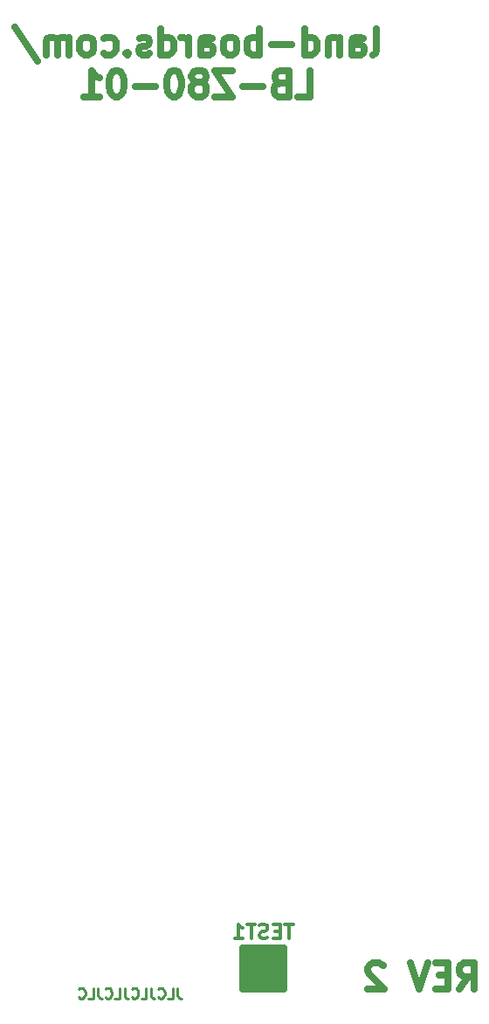
<source format=gbo>
G04 #@! TF.GenerationSoftware,KiCad,Pcbnew,8.0.4*
G04 #@! TF.CreationDate,2024-09-19T20:20:17-04:00*
G04 #@! TF.ProjectId,LB-Z80-01,4c422d5a-3830-42d3-9031-2e6b69636164,2*
G04 #@! TF.SameCoordinates,Original*
G04 #@! TF.FileFunction,Legend,Bot*
G04 #@! TF.FilePolarity,Positive*
%FSLAX46Y46*%
G04 Gerber Fmt 4.6, Leading zero omitted, Abs format (unit mm)*
G04 Created by KiCad (PCBNEW 8.0.4) date 2024-09-19 20:20:17*
%MOMM*%
%LPD*%
G01*
G04 APERTURE LIST*
%ADD10C,0.250000*%
%ADD11C,0.635000*%
%ADD12C,0.349250*%
%ADD13C,0.650000*%
G04 APERTURE END LIST*
D10*
X150187717Y-144152619D02*
X150187717Y-144866904D01*
X150187717Y-144866904D02*
X150235336Y-145009761D01*
X150235336Y-145009761D02*
X150330574Y-145105000D01*
X150330574Y-145105000D02*
X150473431Y-145152619D01*
X150473431Y-145152619D02*
X150568669Y-145152619D01*
X149235336Y-145152619D02*
X149711526Y-145152619D01*
X149711526Y-145152619D02*
X149711526Y-144152619D01*
X148330574Y-145057380D02*
X148378193Y-145105000D01*
X148378193Y-145105000D02*
X148521050Y-145152619D01*
X148521050Y-145152619D02*
X148616288Y-145152619D01*
X148616288Y-145152619D02*
X148759145Y-145105000D01*
X148759145Y-145105000D02*
X148854383Y-145009761D01*
X148854383Y-145009761D02*
X148902002Y-144914523D01*
X148902002Y-144914523D02*
X148949621Y-144724047D01*
X148949621Y-144724047D02*
X148949621Y-144581190D01*
X148949621Y-144581190D02*
X148902002Y-144390714D01*
X148902002Y-144390714D02*
X148854383Y-144295476D01*
X148854383Y-144295476D02*
X148759145Y-144200238D01*
X148759145Y-144200238D02*
X148616288Y-144152619D01*
X148616288Y-144152619D02*
X148521050Y-144152619D01*
X148521050Y-144152619D02*
X148378193Y-144200238D01*
X148378193Y-144200238D02*
X148330574Y-144247857D01*
X147616288Y-144152619D02*
X147616288Y-144866904D01*
X147616288Y-144866904D02*
X147663907Y-145009761D01*
X147663907Y-145009761D02*
X147759145Y-145105000D01*
X147759145Y-145105000D02*
X147902002Y-145152619D01*
X147902002Y-145152619D02*
X147997240Y-145152619D01*
X146663907Y-145152619D02*
X147140097Y-145152619D01*
X147140097Y-145152619D02*
X147140097Y-144152619D01*
X145759145Y-145057380D02*
X145806764Y-145105000D01*
X145806764Y-145105000D02*
X145949621Y-145152619D01*
X145949621Y-145152619D02*
X146044859Y-145152619D01*
X146044859Y-145152619D02*
X146187716Y-145105000D01*
X146187716Y-145105000D02*
X146282954Y-145009761D01*
X146282954Y-145009761D02*
X146330573Y-144914523D01*
X146330573Y-144914523D02*
X146378192Y-144724047D01*
X146378192Y-144724047D02*
X146378192Y-144581190D01*
X146378192Y-144581190D02*
X146330573Y-144390714D01*
X146330573Y-144390714D02*
X146282954Y-144295476D01*
X146282954Y-144295476D02*
X146187716Y-144200238D01*
X146187716Y-144200238D02*
X146044859Y-144152619D01*
X146044859Y-144152619D02*
X145949621Y-144152619D01*
X145949621Y-144152619D02*
X145806764Y-144200238D01*
X145806764Y-144200238D02*
X145759145Y-144247857D01*
X145044859Y-144152619D02*
X145044859Y-144866904D01*
X145044859Y-144866904D02*
X145092478Y-145009761D01*
X145092478Y-145009761D02*
X145187716Y-145105000D01*
X145187716Y-145105000D02*
X145330573Y-145152619D01*
X145330573Y-145152619D02*
X145425811Y-145152619D01*
X144092478Y-145152619D02*
X144568668Y-145152619D01*
X144568668Y-145152619D02*
X144568668Y-144152619D01*
X143187716Y-145057380D02*
X143235335Y-145105000D01*
X143235335Y-145105000D02*
X143378192Y-145152619D01*
X143378192Y-145152619D02*
X143473430Y-145152619D01*
X143473430Y-145152619D02*
X143616287Y-145105000D01*
X143616287Y-145105000D02*
X143711525Y-145009761D01*
X143711525Y-145009761D02*
X143759144Y-144914523D01*
X143759144Y-144914523D02*
X143806763Y-144724047D01*
X143806763Y-144724047D02*
X143806763Y-144581190D01*
X143806763Y-144581190D02*
X143759144Y-144390714D01*
X143759144Y-144390714D02*
X143711525Y-144295476D01*
X143711525Y-144295476D02*
X143616287Y-144200238D01*
X143616287Y-144200238D02*
X143473430Y-144152619D01*
X143473430Y-144152619D02*
X143378192Y-144152619D01*
X143378192Y-144152619D02*
X143235335Y-144200238D01*
X143235335Y-144200238D02*
X143187716Y-144247857D01*
X142473430Y-144152619D02*
X142473430Y-144866904D01*
X142473430Y-144866904D02*
X142521049Y-145009761D01*
X142521049Y-145009761D02*
X142616287Y-145105000D01*
X142616287Y-145105000D02*
X142759144Y-145152619D01*
X142759144Y-145152619D02*
X142854382Y-145152619D01*
X141521049Y-145152619D02*
X141997239Y-145152619D01*
X141997239Y-145152619D02*
X141997239Y-144152619D01*
X140616287Y-145057380D02*
X140663906Y-145105000D01*
X140663906Y-145105000D02*
X140806763Y-145152619D01*
X140806763Y-145152619D02*
X140902001Y-145152619D01*
X140902001Y-145152619D02*
X141044858Y-145105000D01*
X141044858Y-145105000D02*
X141140096Y-145009761D01*
X141140096Y-145009761D02*
X141187715Y-144914523D01*
X141187715Y-144914523D02*
X141235334Y-144724047D01*
X141235334Y-144724047D02*
X141235334Y-144581190D01*
X141235334Y-144581190D02*
X141187715Y-144390714D01*
X141187715Y-144390714D02*
X141140096Y-144295476D01*
X141140096Y-144295476D02*
X141044858Y-144200238D01*
X141044858Y-144200238D02*
X140902001Y-144152619D01*
X140902001Y-144152619D02*
X140806763Y-144152619D01*
X140806763Y-144152619D02*
X140663906Y-144200238D01*
X140663906Y-144200238D02*
X140616287Y-144247857D01*
D11*
X169139807Y-53707403D02*
X169381712Y-53586451D01*
X169381712Y-53586451D02*
X169502665Y-53344546D01*
X169502665Y-53344546D02*
X169502665Y-51167403D01*
X167083617Y-53707403D02*
X167083617Y-52376927D01*
X167083617Y-52376927D02*
X167204570Y-52135022D01*
X167204570Y-52135022D02*
X167446474Y-52014070D01*
X167446474Y-52014070D02*
X167930284Y-52014070D01*
X167930284Y-52014070D02*
X168172189Y-52135022D01*
X167083617Y-53586451D02*
X167325522Y-53707403D01*
X167325522Y-53707403D02*
X167930284Y-53707403D01*
X167930284Y-53707403D02*
X168172189Y-53586451D01*
X168172189Y-53586451D02*
X168293141Y-53344546D01*
X168293141Y-53344546D02*
X168293141Y-53102641D01*
X168293141Y-53102641D02*
X168172189Y-52860736D01*
X168172189Y-52860736D02*
X167930284Y-52739784D01*
X167930284Y-52739784D02*
X167325522Y-52739784D01*
X167325522Y-52739784D02*
X167083617Y-52618831D01*
X165874094Y-52014070D02*
X165874094Y-53707403D01*
X165874094Y-52255974D02*
X165753141Y-52135022D01*
X165753141Y-52135022D02*
X165511236Y-52014070D01*
X165511236Y-52014070D02*
X165148379Y-52014070D01*
X165148379Y-52014070D02*
X164906475Y-52135022D01*
X164906475Y-52135022D02*
X164785522Y-52376927D01*
X164785522Y-52376927D02*
X164785522Y-53707403D01*
X162487427Y-53707403D02*
X162487427Y-51167403D01*
X162487427Y-53586451D02*
X162729332Y-53707403D01*
X162729332Y-53707403D02*
X163213141Y-53707403D01*
X163213141Y-53707403D02*
X163455046Y-53586451D01*
X163455046Y-53586451D02*
X163575999Y-53465498D01*
X163575999Y-53465498D02*
X163696951Y-53223593D01*
X163696951Y-53223593D02*
X163696951Y-52497879D01*
X163696951Y-52497879D02*
X163575999Y-52255974D01*
X163575999Y-52255974D02*
X163455046Y-52135022D01*
X163455046Y-52135022D02*
X163213141Y-52014070D01*
X163213141Y-52014070D02*
X162729332Y-52014070D01*
X162729332Y-52014070D02*
X162487427Y-52135022D01*
X161277904Y-52739784D02*
X159342666Y-52739784D01*
X158133142Y-53707403D02*
X158133142Y-51167403D01*
X158133142Y-52135022D02*
X157891237Y-52014070D01*
X157891237Y-52014070D02*
X157407427Y-52014070D01*
X157407427Y-52014070D02*
X157165523Y-52135022D01*
X157165523Y-52135022D02*
X157044570Y-52255974D01*
X157044570Y-52255974D02*
X156923618Y-52497879D01*
X156923618Y-52497879D02*
X156923618Y-53223593D01*
X156923618Y-53223593D02*
X157044570Y-53465498D01*
X157044570Y-53465498D02*
X157165523Y-53586451D01*
X157165523Y-53586451D02*
X157407427Y-53707403D01*
X157407427Y-53707403D02*
X157891237Y-53707403D01*
X157891237Y-53707403D02*
X158133142Y-53586451D01*
X155472189Y-53707403D02*
X155714094Y-53586451D01*
X155714094Y-53586451D02*
X155835047Y-53465498D01*
X155835047Y-53465498D02*
X155955999Y-53223593D01*
X155955999Y-53223593D02*
X155955999Y-52497879D01*
X155955999Y-52497879D02*
X155835047Y-52255974D01*
X155835047Y-52255974D02*
X155714094Y-52135022D01*
X155714094Y-52135022D02*
X155472189Y-52014070D01*
X155472189Y-52014070D02*
X155109332Y-52014070D01*
X155109332Y-52014070D02*
X154867428Y-52135022D01*
X154867428Y-52135022D02*
X154746475Y-52255974D01*
X154746475Y-52255974D02*
X154625523Y-52497879D01*
X154625523Y-52497879D02*
X154625523Y-53223593D01*
X154625523Y-53223593D02*
X154746475Y-53465498D01*
X154746475Y-53465498D02*
X154867428Y-53586451D01*
X154867428Y-53586451D02*
X155109332Y-53707403D01*
X155109332Y-53707403D02*
X155472189Y-53707403D01*
X152448380Y-53707403D02*
X152448380Y-52376927D01*
X152448380Y-52376927D02*
X152569333Y-52135022D01*
X152569333Y-52135022D02*
X152811237Y-52014070D01*
X152811237Y-52014070D02*
X153295047Y-52014070D01*
X153295047Y-52014070D02*
X153536952Y-52135022D01*
X152448380Y-53586451D02*
X152690285Y-53707403D01*
X152690285Y-53707403D02*
X153295047Y-53707403D01*
X153295047Y-53707403D02*
X153536952Y-53586451D01*
X153536952Y-53586451D02*
X153657904Y-53344546D01*
X153657904Y-53344546D02*
X153657904Y-53102641D01*
X153657904Y-53102641D02*
X153536952Y-52860736D01*
X153536952Y-52860736D02*
X153295047Y-52739784D01*
X153295047Y-52739784D02*
X152690285Y-52739784D01*
X152690285Y-52739784D02*
X152448380Y-52618831D01*
X151238857Y-53707403D02*
X151238857Y-52014070D01*
X151238857Y-52497879D02*
X151117904Y-52255974D01*
X151117904Y-52255974D02*
X150996952Y-52135022D01*
X150996952Y-52135022D02*
X150755047Y-52014070D01*
X150755047Y-52014070D02*
X150513142Y-52014070D01*
X148577904Y-53707403D02*
X148577904Y-51167403D01*
X148577904Y-53586451D02*
X148819809Y-53707403D01*
X148819809Y-53707403D02*
X149303618Y-53707403D01*
X149303618Y-53707403D02*
X149545523Y-53586451D01*
X149545523Y-53586451D02*
X149666476Y-53465498D01*
X149666476Y-53465498D02*
X149787428Y-53223593D01*
X149787428Y-53223593D02*
X149787428Y-52497879D01*
X149787428Y-52497879D02*
X149666476Y-52255974D01*
X149666476Y-52255974D02*
X149545523Y-52135022D01*
X149545523Y-52135022D02*
X149303618Y-52014070D01*
X149303618Y-52014070D02*
X148819809Y-52014070D01*
X148819809Y-52014070D02*
X148577904Y-52135022D01*
X147489333Y-53586451D02*
X147247428Y-53707403D01*
X147247428Y-53707403D02*
X146763619Y-53707403D01*
X146763619Y-53707403D02*
X146521714Y-53586451D01*
X146521714Y-53586451D02*
X146400762Y-53344546D01*
X146400762Y-53344546D02*
X146400762Y-53223593D01*
X146400762Y-53223593D02*
X146521714Y-52981689D01*
X146521714Y-52981689D02*
X146763619Y-52860736D01*
X146763619Y-52860736D02*
X147126476Y-52860736D01*
X147126476Y-52860736D02*
X147368381Y-52739784D01*
X147368381Y-52739784D02*
X147489333Y-52497879D01*
X147489333Y-52497879D02*
X147489333Y-52376927D01*
X147489333Y-52376927D02*
X147368381Y-52135022D01*
X147368381Y-52135022D02*
X147126476Y-52014070D01*
X147126476Y-52014070D02*
X146763619Y-52014070D01*
X146763619Y-52014070D02*
X146521714Y-52135022D01*
X145312191Y-53465498D02*
X145191238Y-53586451D01*
X145191238Y-53586451D02*
X145312191Y-53707403D01*
X145312191Y-53707403D02*
X145433143Y-53586451D01*
X145433143Y-53586451D02*
X145312191Y-53465498D01*
X145312191Y-53465498D02*
X145312191Y-53707403D01*
X143014095Y-53586451D02*
X143256000Y-53707403D01*
X143256000Y-53707403D02*
X143739809Y-53707403D01*
X143739809Y-53707403D02*
X143981714Y-53586451D01*
X143981714Y-53586451D02*
X144102667Y-53465498D01*
X144102667Y-53465498D02*
X144223619Y-53223593D01*
X144223619Y-53223593D02*
X144223619Y-52497879D01*
X144223619Y-52497879D02*
X144102667Y-52255974D01*
X144102667Y-52255974D02*
X143981714Y-52135022D01*
X143981714Y-52135022D02*
X143739809Y-52014070D01*
X143739809Y-52014070D02*
X143256000Y-52014070D01*
X143256000Y-52014070D02*
X143014095Y-52135022D01*
X141562666Y-53707403D02*
X141804571Y-53586451D01*
X141804571Y-53586451D02*
X141925524Y-53465498D01*
X141925524Y-53465498D02*
X142046476Y-53223593D01*
X142046476Y-53223593D02*
X142046476Y-52497879D01*
X142046476Y-52497879D02*
X141925524Y-52255974D01*
X141925524Y-52255974D02*
X141804571Y-52135022D01*
X141804571Y-52135022D02*
X141562666Y-52014070D01*
X141562666Y-52014070D02*
X141199809Y-52014070D01*
X141199809Y-52014070D02*
X140957905Y-52135022D01*
X140957905Y-52135022D02*
X140836952Y-52255974D01*
X140836952Y-52255974D02*
X140716000Y-52497879D01*
X140716000Y-52497879D02*
X140716000Y-53223593D01*
X140716000Y-53223593D02*
X140836952Y-53465498D01*
X140836952Y-53465498D02*
X140957905Y-53586451D01*
X140957905Y-53586451D02*
X141199809Y-53707403D01*
X141199809Y-53707403D02*
X141562666Y-53707403D01*
X139627429Y-53707403D02*
X139627429Y-52014070D01*
X139627429Y-52255974D02*
X139506476Y-52135022D01*
X139506476Y-52135022D02*
X139264571Y-52014070D01*
X139264571Y-52014070D02*
X138901714Y-52014070D01*
X138901714Y-52014070D02*
X138659810Y-52135022D01*
X138659810Y-52135022D02*
X138538857Y-52376927D01*
X138538857Y-52376927D02*
X138538857Y-53707403D01*
X138538857Y-52376927D02*
X138417905Y-52135022D01*
X138417905Y-52135022D02*
X138176000Y-52014070D01*
X138176000Y-52014070D02*
X137813143Y-52014070D01*
X137813143Y-52014070D02*
X137571238Y-52135022D01*
X137571238Y-52135022D02*
X137450286Y-52376927D01*
X137450286Y-52376927D02*
X137450286Y-53707403D01*
X134426476Y-51046451D02*
X136603619Y-54312165D01*
X161822191Y-57796661D02*
X163031715Y-57796661D01*
X163031715Y-57796661D02*
X163031715Y-55256661D01*
X160128858Y-56466185D02*
X159766001Y-56587137D01*
X159766001Y-56587137D02*
X159645048Y-56708089D01*
X159645048Y-56708089D02*
X159524096Y-56949994D01*
X159524096Y-56949994D02*
X159524096Y-57312851D01*
X159524096Y-57312851D02*
X159645048Y-57554756D01*
X159645048Y-57554756D02*
X159766001Y-57675709D01*
X159766001Y-57675709D02*
X160007906Y-57796661D01*
X160007906Y-57796661D02*
X160975525Y-57796661D01*
X160975525Y-57796661D02*
X160975525Y-55256661D01*
X160975525Y-55256661D02*
X160128858Y-55256661D01*
X160128858Y-55256661D02*
X159886953Y-55377613D01*
X159886953Y-55377613D02*
X159766001Y-55498566D01*
X159766001Y-55498566D02*
X159645048Y-55740470D01*
X159645048Y-55740470D02*
X159645048Y-55982375D01*
X159645048Y-55982375D02*
X159766001Y-56224280D01*
X159766001Y-56224280D02*
X159886953Y-56345232D01*
X159886953Y-56345232D02*
X160128858Y-56466185D01*
X160128858Y-56466185D02*
X160975525Y-56466185D01*
X158435525Y-56829042D02*
X156500287Y-56829042D01*
X155532667Y-55256661D02*
X153839334Y-55256661D01*
X153839334Y-55256661D02*
X155532667Y-57796661D01*
X155532667Y-57796661D02*
X153839334Y-57796661D01*
X152508857Y-56345232D02*
X152750762Y-56224280D01*
X152750762Y-56224280D02*
X152871715Y-56103328D01*
X152871715Y-56103328D02*
X152992667Y-55861423D01*
X152992667Y-55861423D02*
X152992667Y-55740470D01*
X152992667Y-55740470D02*
X152871715Y-55498566D01*
X152871715Y-55498566D02*
X152750762Y-55377613D01*
X152750762Y-55377613D02*
X152508857Y-55256661D01*
X152508857Y-55256661D02*
X152025048Y-55256661D01*
X152025048Y-55256661D02*
X151783143Y-55377613D01*
X151783143Y-55377613D02*
X151662191Y-55498566D01*
X151662191Y-55498566D02*
X151541238Y-55740470D01*
X151541238Y-55740470D02*
X151541238Y-55861423D01*
X151541238Y-55861423D02*
X151662191Y-56103328D01*
X151662191Y-56103328D02*
X151783143Y-56224280D01*
X151783143Y-56224280D02*
X152025048Y-56345232D01*
X152025048Y-56345232D02*
X152508857Y-56345232D01*
X152508857Y-56345232D02*
X152750762Y-56466185D01*
X152750762Y-56466185D02*
X152871715Y-56587137D01*
X152871715Y-56587137D02*
X152992667Y-56829042D01*
X152992667Y-56829042D02*
X152992667Y-57312851D01*
X152992667Y-57312851D02*
X152871715Y-57554756D01*
X152871715Y-57554756D02*
X152750762Y-57675709D01*
X152750762Y-57675709D02*
X152508857Y-57796661D01*
X152508857Y-57796661D02*
X152025048Y-57796661D01*
X152025048Y-57796661D02*
X151783143Y-57675709D01*
X151783143Y-57675709D02*
X151662191Y-57554756D01*
X151662191Y-57554756D02*
X151541238Y-57312851D01*
X151541238Y-57312851D02*
X151541238Y-56829042D01*
X151541238Y-56829042D02*
X151662191Y-56587137D01*
X151662191Y-56587137D02*
X151783143Y-56466185D01*
X151783143Y-56466185D02*
X152025048Y-56345232D01*
X149968857Y-55256661D02*
X149726952Y-55256661D01*
X149726952Y-55256661D02*
X149485048Y-55377613D01*
X149485048Y-55377613D02*
X149364095Y-55498566D01*
X149364095Y-55498566D02*
X149243143Y-55740470D01*
X149243143Y-55740470D02*
X149122190Y-56224280D01*
X149122190Y-56224280D02*
X149122190Y-56829042D01*
X149122190Y-56829042D02*
X149243143Y-57312851D01*
X149243143Y-57312851D02*
X149364095Y-57554756D01*
X149364095Y-57554756D02*
X149485048Y-57675709D01*
X149485048Y-57675709D02*
X149726952Y-57796661D01*
X149726952Y-57796661D02*
X149968857Y-57796661D01*
X149968857Y-57796661D02*
X150210762Y-57675709D01*
X150210762Y-57675709D02*
X150331714Y-57554756D01*
X150331714Y-57554756D02*
X150452667Y-57312851D01*
X150452667Y-57312851D02*
X150573619Y-56829042D01*
X150573619Y-56829042D02*
X150573619Y-56224280D01*
X150573619Y-56224280D02*
X150452667Y-55740470D01*
X150452667Y-55740470D02*
X150331714Y-55498566D01*
X150331714Y-55498566D02*
X150210762Y-55377613D01*
X150210762Y-55377613D02*
X149968857Y-55256661D01*
X148033619Y-56829042D02*
X146098381Y-56829042D01*
X144405047Y-55256661D02*
X144163142Y-55256661D01*
X144163142Y-55256661D02*
X143921238Y-55377613D01*
X143921238Y-55377613D02*
X143800285Y-55498566D01*
X143800285Y-55498566D02*
X143679333Y-55740470D01*
X143679333Y-55740470D02*
X143558380Y-56224280D01*
X143558380Y-56224280D02*
X143558380Y-56829042D01*
X143558380Y-56829042D02*
X143679333Y-57312851D01*
X143679333Y-57312851D02*
X143800285Y-57554756D01*
X143800285Y-57554756D02*
X143921238Y-57675709D01*
X143921238Y-57675709D02*
X144163142Y-57796661D01*
X144163142Y-57796661D02*
X144405047Y-57796661D01*
X144405047Y-57796661D02*
X144646952Y-57675709D01*
X144646952Y-57675709D02*
X144767904Y-57554756D01*
X144767904Y-57554756D02*
X144888857Y-57312851D01*
X144888857Y-57312851D02*
X145009809Y-56829042D01*
X145009809Y-56829042D02*
X145009809Y-56224280D01*
X145009809Y-56224280D02*
X144888857Y-55740470D01*
X144888857Y-55740470D02*
X144767904Y-55498566D01*
X144767904Y-55498566D02*
X144646952Y-55377613D01*
X144646952Y-55377613D02*
X144405047Y-55256661D01*
X141139332Y-57796661D02*
X142590761Y-57796661D01*
X141865047Y-57796661D02*
X141865047Y-55256661D01*
X141865047Y-55256661D02*
X142106951Y-55619518D01*
X142106951Y-55619518D02*
X142348856Y-55861423D01*
X142348856Y-55861423D02*
X142590761Y-55982375D01*
X177491571Y-144271032D02*
X178338238Y-143061508D01*
X178943000Y-144271032D02*
X178943000Y-141731032D01*
X178943000Y-141731032D02*
X177975381Y-141731032D01*
X177975381Y-141731032D02*
X177733476Y-141851984D01*
X177733476Y-141851984D02*
X177612523Y-141972937D01*
X177612523Y-141972937D02*
X177491571Y-142214841D01*
X177491571Y-142214841D02*
X177491571Y-142577699D01*
X177491571Y-142577699D02*
X177612523Y-142819603D01*
X177612523Y-142819603D02*
X177733476Y-142940556D01*
X177733476Y-142940556D02*
X177975381Y-143061508D01*
X177975381Y-143061508D02*
X178943000Y-143061508D01*
X176403000Y-142940556D02*
X175556333Y-142940556D01*
X175193476Y-144271032D02*
X176403000Y-144271032D01*
X176403000Y-144271032D02*
X176403000Y-141731032D01*
X176403000Y-141731032D02*
X175193476Y-141731032D01*
X174467762Y-141731032D02*
X173621095Y-144271032D01*
X173621095Y-144271032D02*
X172774428Y-141731032D01*
X170113476Y-141972937D02*
X169992524Y-141851984D01*
X169992524Y-141851984D02*
X169750619Y-141731032D01*
X169750619Y-141731032D02*
X169145857Y-141731032D01*
X169145857Y-141731032D02*
X168903952Y-141851984D01*
X168903952Y-141851984D02*
X168783000Y-141972937D01*
X168783000Y-141972937D02*
X168662047Y-142214841D01*
X168662047Y-142214841D02*
X168662047Y-142456746D01*
X168662047Y-142456746D02*
X168783000Y-142819603D01*
X168783000Y-142819603D02*
X170234428Y-144271032D01*
X170234428Y-144271032D02*
X168662047Y-144271032D01*
D12*
X161389785Y-137971117D02*
X160591499Y-137971117D01*
X160990642Y-139368117D02*
X160990642Y-137971117D01*
X160125832Y-138636355D02*
X159660166Y-138636355D01*
X159460594Y-139368117D02*
X160125832Y-139368117D01*
X160125832Y-139368117D02*
X160125832Y-137971117D01*
X160125832Y-137971117D02*
X159460594Y-137971117D01*
X158928404Y-139301594D02*
X158728833Y-139368117D01*
X158728833Y-139368117D02*
X158396214Y-139368117D01*
X158396214Y-139368117D02*
X158263166Y-139301594D01*
X158263166Y-139301594D02*
X158196642Y-139235070D01*
X158196642Y-139235070D02*
X158130119Y-139102022D01*
X158130119Y-139102022D02*
X158130119Y-138968974D01*
X158130119Y-138968974D02*
X158196642Y-138835927D01*
X158196642Y-138835927D02*
X158263166Y-138769403D01*
X158263166Y-138769403D02*
X158396214Y-138702879D01*
X158396214Y-138702879D02*
X158662309Y-138636355D01*
X158662309Y-138636355D02*
X158795357Y-138569832D01*
X158795357Y-138569832D02*
X158861880Y-138503308D01*
X158861880Y-138503308D02*
X158928404Y-138370260D01*
X158928404Y-138370260D02*
X158928404Y-138237213D01*
X158928404Y-138237213D02*
X158861880Y-138104165D01*
X158861880Y-138104165D02*
X158795357Y-138037641D01*
X158795357Y-138037641D02*
X158662309Y-137971117D01*
X158662309Y-137971117D02*
X158329690Y-137971117D01*
X158329690Y-137971117D02*
X158130119Y-138037641D01*
X157730976Y-137971117D02*
X156932690Y-137971117D01*
X157331833Y-139368117D02*
X157331833Y-137971117D01*
X155735262Y-139368117D02*
X156533547Y-139368117D01*
X156134404Y-139368117D02*
X156134404Y-137971117D01*
X156134404Y-137971117D02*
X156267452Y-138170689D01*
X156267452Y-138170689D02*
X156400500Y-138303736D01*
X156400500Y-138303736D02*
X156533547Y-138370260D01*
D13*
X156496000Y-140240000D02*
X156496000Y-140740000D01*
X156496000Y-140240000D02*
X160496000Y-140240000D01*
X156496000Y-140740000D02*
X160496000Y-140740000D01*
X156496000Y-141240000D02*
X156496000Y-141740000D01*
X156496000Y-141740000D02*
X160496000Y-141740000D01*
X156496000Y-142240000D02*
X156496000Y-142740000D01*
X156496000Y-142740000D02*
X159996000Y-142740000D01*
X156496000Y-143240000D02*
X156496000Y-143740000D01*
X156496000Y-143740000D02*
X160496000Y-143740000D01*
X156496000Y-144240000D02*
X156496000Y-140240000D01*
X159996000Y-142740000D02*
X160496000Y-142740000D01*
X160496000Y-140240000D02*
X160496000Y-144240000D01*
X160496000Y-140740000D02*
X160496000Y-141240000D01*
X160496000Y-141240000D02*
X156496000Y-141240000D01*
X160496000Y-141740000D02*
X160496000Y-142240000D01*
X160496000Y-142240000D02*
X156496000Y-142240000D01*
X160496000Y-142740000D02*
X160496000Y-143240000D01*
X160496000Y-143240000D02*
X156496000Y-143240000D01*
X160496000Y-144240000D02*
X156496000Y-144240000D01*
M02*

</source>
